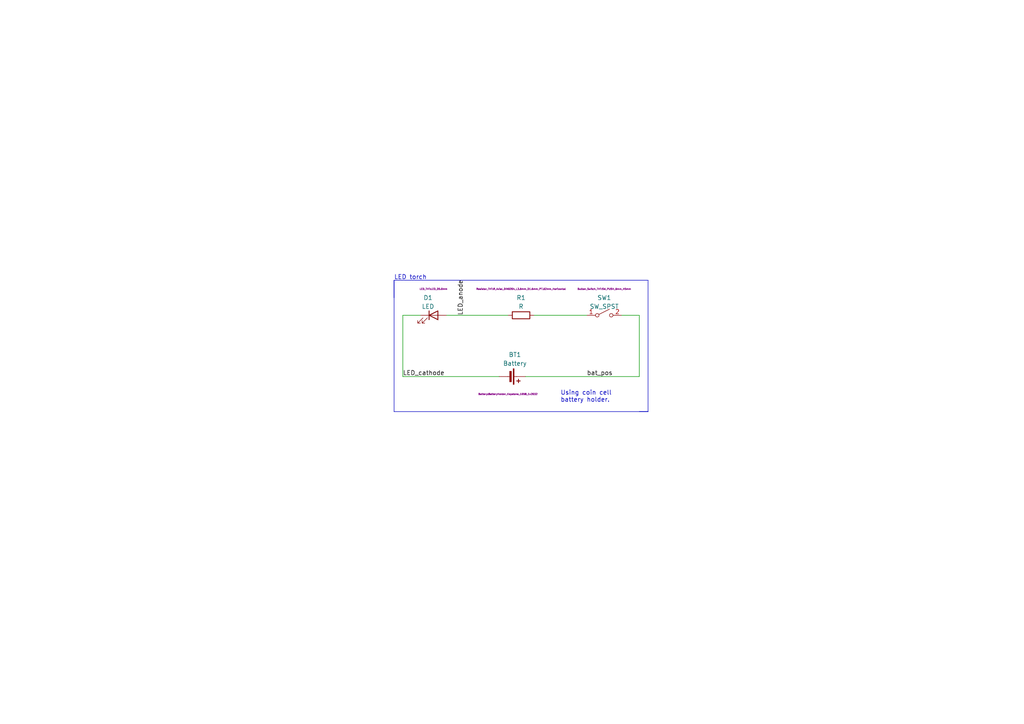
<source format=kicad_sch>
(kicad_sch (version 20230121) (generator eeschema)
  (paper "A4")
  (title_block (title "LED torch") (date "2023-05-09") (rev "0.1") (comment 1 "Project 1 of Kicad Like a Pro 3e") (comment 2 "Filippo Graziani"))
  (lib_symbols
    (symbol "Device:Battery_Cell" (pin_numbers hide) (pin_names (offset 0) hide)
      (property "Reference" "BT" (at 2.54 2.54 0))
      (property "Value" "Battery_Cell" (at 2.54 0 0))
      (symbol "Battery_Cell_0_1"
        (rectangle (start -2.286 1.778) (end 2.286 1.524) (fill (type outline)))
        (rectangle (start -1.524 1.016) (end 1.524 0.508) (fill (type outline)))
        (polyline (pts (xy 0 0.762) (xy 0 0)))
        (polyline (pts (xy 0 1.778) (xy 0 2.54)))
        (polyline (pts (xy 0.762 3.048) (xy 1.778 3.048)) (stroke (width 0.254)))
        (polyline (pts (xy 1.27 3.556) (xy 1.27 2.54)) (stroke (width 0.254)))
      )
      (symbol "Battery_Cell_1_1"
        (pin passive line (at 0 5.08 270) (length 2.54) (name "+") (number "1"))
        (pin passive line (at 0 -2.54 90) (length 2.54) (name "-") (number "2"))
      )
    )
    (symbol "Device:LED" (pin_numbers hide) (pin_names (offset 1.016) hide)
      (property "Reference" "D" (at 0 2.54 0))
      (property "Value" "LED" (at 0 -2.54 0))
      (symbol "LED_0_1"
        (polyline (pts (xy -1.27 -1.27) (xy -1.27 1.27)) (stroke (width 0.254)))
        (polyline (pts (xy -1.27 0) (xy 1.27 0)))
        (polyline (pts (xy 1.27 -1.27) (xy 1.27 1.27) (xy -1.27 0) (xy 1.27 -1.27)) (stroke (width 0.254)))
        (polyline (pts (xy -3.048 -0.762) (xy -4.572 -2.286) (xy -3.81 -2.286) (xy -4.572 -2.286) (xy -4.572 -1.524)))
        (polyline (pts (xy -1.778 -0.762) (xy -3.302 -2.286) (xy -2.54 -2.286) (xy -3.302 -2.286) (xy -3.302 -1.524)))
      )
      (symbol "LED_1_1"
        (pin passive line (at -3.81 0 0) (length 2.54) (name "K") (number "1"))
        (pin passive line (at 3.81 0 180) (length 2.54) (name "A") (number "2"))
      )
    )
    (symbol "Device:R" (pin_numbers hide) (pin_names (offset 0))
      (property "Reference" "R" (at 2.032 0 90))
      (property "Value" "R" (at 0 0 90))
      (symbol "R_0_1"
        (rectangle (start -1.016 -2.54) (end 1.016 2.54) (stroke (width 0.254)))
      )
      (symbol "R_1_1"
        (pin passive line (at 0 3.81 270) (length 1.27) (name "~") (number "1"))
        (pin passive line (at 0 -3.81 90) (length 1.27) (name "~") (number "2"))
      )
    )
    (symbol "Switch:SW_SPST" (pin_names (offset 0) hide)
      (property "Reference" "SW" (at 0 3.175 0))
      (property "Value" "SW_SPST" (at 0 -2.54 0))
      (symbol "SW_SPST_0_0"
        (circle (center -2.032 0) (radius 0.508))
        (polyline (pts (xy -1.524 0.254) (xy 1.524 1.778)))
        (circle (center 2.032 0) (radius 0.508))
      )
      (symbol "SW_SPST_1_1"
        (pin passive line (at -5.08 0 0) (length 2.54) (name "A") (number "1"))
        (pin passive line (at 5.08 0 180) (length 2.54) (name "B") (number "2"))
      )
    )
  )
  (wire (pts (xy 129.54 91.44) (xy 147.32 91.44)))
  (polyline (pts (xy 114.3 81.28) (xy 114.3 86.36)))
  (wire (pts (xy 154.94 91.44) (xy 170.18 91.44)))
  (wire (pts (xy 185.42 91.44) (xy 185.42 109.22)))
  (wire (pts (xy 116.84 91.44) (xy 116.84 109.22)))
  (wire (pts (xy 116.84 91.44) (xy 121.92 91.44)))
  (polyline (pts (xy 114.3 81.28) (xy 187.96 81.28)))
  (wire (pts (xy 152.4 109.22) (xy 185.42 109.22)))
  (polyline (pts (xy 187.96 119.38) (xy 114.3 119.38)))
  (polyline (pts (xy 114.3 81.28) (xy 114.3 119.38)))
  (wire (pts (xy 180.34 91.44) (xy 185.42 91.44)))
  (polyline (pts (xy 185.42 119.38) (xy 187.96 119.38)))
  (polyline (pts (xy 187.96 81.28) (xy 187.96 119.38)))
  (wire (pts (xy 144.78 109.22) (xy 116.84 109.22)))
  (text "Using coin cell\nbattery holder." (at 162.56 116.84 0) (effects (font (size 1.27 1.27)) (justify left bottom)))
  (text "LED torch" (at 114.3 81.28 0) (effects (font (size 1.27 1.27)) (justify left bottom)))
  (label "LED_anode" (at 134.62 91.44 90))
  (label "LED_cathode" (at 116.84 109.22 0))
  (label "bat_pos" (at 170.18 109.22 0))
  (symbol (lib_id "Device:Battery_Cell") (at 147.32 109.22 270) (unit 1)
    (property "Reference" "BT1" (at 149.352 102.87 90))
    (property "Value" "Battery" (at 149.352 105.41 90))
    (property "Footprint" "Battery:BatteryHolder_Keystone_1058_1x2032" (at 147.32 114.3 90) (effects (font (size 0.5 0.5))))
  )
  (symbol (lib_id "Device:LED") (at 125.73 91.44 0) (unit 1)
    (property "Reference" "D1" (at 124.1425 86.36 0))
    (property "Value" "LED" (at 124.1425 88.9 0))
    (property "Footprint" "LED_THT:LED_D5.0mm" (at 125.73 83.82 0) (effects (font (size 0.5 0.5))))
  )
  (symbol (lib_id "Switch:SW_SPST") (at 175.26 91.44 0) (unit 1)
    (property "Reference" "SW1" (at 175.26 86.36 0))
    (property "Value" "SW_SPST" (at 175.26 88.9 0))
    (property "Footprint" "Button_Switch_THT:SW_PUSH_6mm_H5mm" (at 175.26 83.82 0) (effects (font (size 0.5 0.5))))
  )
  (symbol (lib_id "Device:R") (at 151.13 91.44 90) (unit 1)
    (property "Reference" "R1" (at 151.13 86.36 90))
    (property "Value" "R" (at 151.13 88.9 90))
    (property "Footprint" "Resistor_THT:R_Axial_DIN0204_L3.6mm_D1.6mm_P7.62mm_Horizontal" (at 151.13 83.82 90) (effects (font (size 0.5 0.5))))
  )
)
</source>
